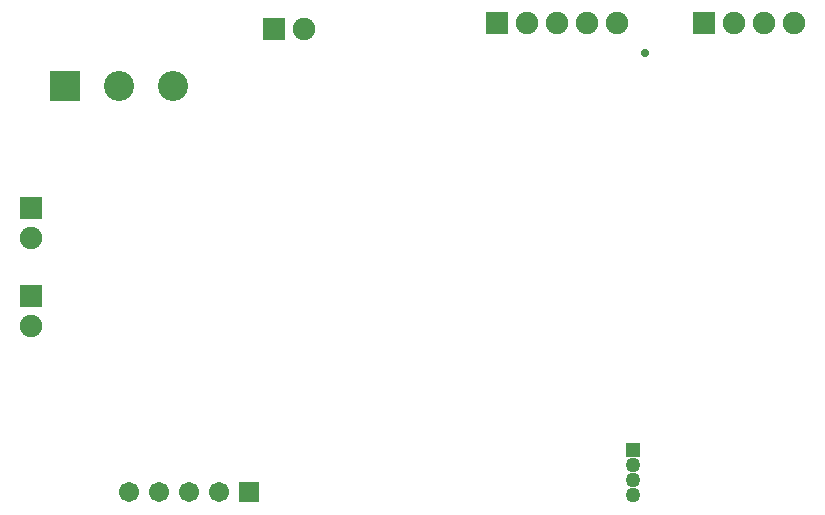
<source format=gbs>
G04*
G04 #@! TF.GenerationSoftware,Altium Limited,Altium Designer,20.1.14 (287)*
G04*
G04 Layer_Color=16711935*
%FSLAX25Y25*%
%MOIN*%
G70*
G04*
G04 #@! TF.SameCoordinates,90A7C2A2-6745-46E1-82FD-39DD7986B322*
G04*
G04*
G04 #@! TF.FilePolarity,Negative*
G04*
G01*
G75*
%ADD53C,0.05000*%
%ADD54R,0.05000X0.05000*%
%ADD55R,0.07493X0.07493*%
%ADD56C,0.07493*%
%ADD57R,0.07493X0.07493*%
%ADD58C,0.10052*%
%ADD59R,0.10052X0.10052*%
%ADD60R,0.06706X0.06706*%
%ADD61C,0.06706*%
%ADD62C,0.02800*%
D53*
X208090Y11600D02*
D03*
Y6600D02*
D03*
Y16600D02*
D03*
D54*
Y21600D02*
D03*
D55*
X7390Y102500D02*
D03*
Y73000D02*
D03*
D56*
Y92500D02*
D03*
X172890Y164000D02*
D03*
X182890D02*
D03*
X192890D02*
D03*
X202890D02*
D03*
X241890D02*
D03*
X251890D02*
D03*
X261890D02*
D03*
X98490Y162000D02*
D03*
X7390Y63000D02*
D03*
D57*
X162890Y164000D02*
D03*
X231890D02*
D03*
X88490Y162000D02*
D03*
D58*
X54890Y143000D02*
D03*
X36779D02*
D03*
D59*
X18669D02*
D03*
D60*
X80090Y7700D02*
D03*
D61*
X70090Y7700D02*
D03*
X60090Y7700D02*
D03*
X50090D02*
D03*
X40090Y7700D02*
D03*
D62*
X211990Y154000D02*
D03*
M02*

</source>
